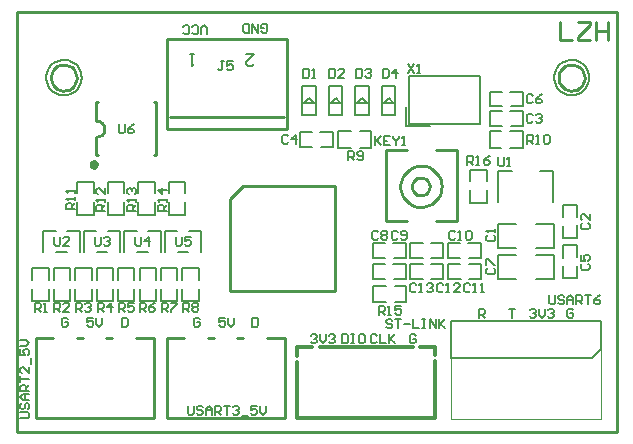
<source format=gto>
G04*
G04 #@! TF.GenerationSoftware,Altium Limited,Altium Designer,21.8.1 (53)*
G04*
G04 Layer_Color=65535*
%FSLAX25Y25*%
%MOIN*%
G70*
G04*
G04 #@! TF.SameCoordinates,187DA05A-B4E4-4C7B-AEA6-211E795FDF11*
G04*
G04*
G04 #@! TF.FilePolarity,Positive*
G04*
G01*
G75*
%ADD10C,0.00500*%
%ADD11C,0.01000*%
%ADD12C,0.01575*%
%ADD13C,0.00600*%
%ADD14C,0.00394*%
%ADD15C,0.00787*%
%ADD16C,0.01181*%
%ADD17C,0.00800*%
D10*
X21654Y118110D02*
X21569Y119108D01*
X21316Y120078D01*
X20904Y120990D01*
X20343Y121820D01*
X19650Y122543D01*
X18844Y123139D01*
X17950Y123590D01*
X16992Y123883D01*
X15999Y124010D01*
X14998Y123968D01*
X14019Y123757D01*
X13089Y123383D01*
X12236Y122858D01*
X11485Y122196D01*
X10855Y121417D01*
X10367Y120543D01*
X10033Y119598D01*
X9864Y118611D01*
Y117609D01*
X10033Y116622D01*
X10367Y115678D01*
X10855Y114803D01*
X11485Y114024D01*
X12236Y113362D01*
X13089Y112837D01*
X14019Y112464D01*
X14998Y112253D01*
X15999Y112210D01*
X16992Y112337D01*
X17950Y112631D01*
X18844Y113082D01*
X19650Y113677D01*
X20343Y114400D01*
X20904Y115230D01*
X21316Y116143D01*
X21569Y117112D01*
X21654Y118110D01*
X190945D02*
X190860Y119108D01*
X190608Y120078D01*
X190195Y120990D01*
X189634Y121820D01*
X188941Y122543D01*
X188136Y123139D01*
X187241Y123590D01*
X186284Y123883D01*
X185290Y124010D01*
X184289Y123968D01*
X183310Y123757D01*
X182381Y123383D01*
X181528Y122858D01*
X180776Y122196D01*
X180147Y121417D01*
X179658Y120543D01*
X179324Y119598D01*
X179155Y118611D01*
Y117609D01*
X179324Y116622D01*
X179658Y115678D01*
X180147Y114803D01*
X180776Y114024D01*
X181528Y113362D01*
X182381Y112837D01*
X183310Y112464D01*
X184289Y112253D01*
X185290Y112210D01*
X186284Y112337D01*
X187241Y112631D01*
X188136Y113082D01*
X188941Y113677D01*
X189634Y114400D01*
X190195Y115230D01*
X190608Y116143D01*
X190860Y117112D01*
X190945Y118110D01*
X182039Y51198D02*
X186961D01*
Y55253D01*
X182039Y62221D02*
X186961D01*
Y58150D02*
Y62221D01*
X182039Y51198D02*
Y55253D01*
Y57953D02*
Y62221D01*
Y75721D02*
X186961D01*
X182039Y71665D02*
Y75721D01*
Y64698D02*
X186961D01*
X182039D02*
Y68769D01*
X186961Y71666D02*
Y75721D01*
Y64698D02*
Y68966D01*
X160537Y50940D02*
Y58814D01*
X166344D01*
X160537Y50940D02*
X166344D01*
X173234D02*
X179041D01*
X173234Y58814D02*
X179041D01*
Y50940D02*
Y58814D01*
X160537Y61314D02*
Y69188D01*
X166344D01*
X160537Y61314D02*
X166344D01*
X173234D02*
X179041D01*
X173234Y69188D02*
X179041D01*
Y61314D02*
Y69188D01*
X157698Y102039D02*
Y106961D01*
Y102039D02*
X161753D01*
X168721D02*
Y106961D01*
X164650Y102039D02*
X168721D01*
X157698Y106961D02*
X161753D01*
X164453D02*
X168721D01*
X157750Y108539D02*
Y113461D01*
Y108539D02*
X161806D01*
X168774D02*
Y113461D01*
X164702Y108539D02*
X168774D01*
X157750Y113461D02*
X161805D01*
X164505D02*
X168774D01*
X154802Y51039D02*
Y55961D01*
X150747D02*
X154802D01*
X143779Y51039D02*
Y55961D01*
X147850D01*
X150747Y51039D02*
X154802D01*
X143779D02*
X148047D01*
X131279D02*
Y55961D01*
Y51039D02*
X135335D01*
X142302D02*
Y55961D01*
X138231Y51039D02*
X142302D01*
X131279Y55961D02*
X135334D01*
X138034D02*
X142302D01*
X118779Y51039D02*
Y55961D01*
Y51039D02*
X122835D01*
X129802D02*
Y55961D01*
X125731Y51039D02*
X129802D01*
X118779Y55961D02*
X122834D01*
X125534D02*
X129802D01*
X143779Y58039D02*
Y62961D01*
Y58039D02*
X147835D01*
X154802D02*
Y62961D01*
X150731Y58039D02*
X154802D01*
X143779Y62961D02*
X147834D01*
X150534D02*
X154802D01*
X131279Y58039D02*
Y62961D01*
Y58039D02*
X135335D01*
X142302D02*
Y62961D01*
X138231Y58039D02*
X142302D01*
X131279Y62961D02*
X135334D01*
X138034D02*
X142302D01*
X118779Y58039D02*
Y62961D01*
Y58039D02*
X122835D01*
X129802D02*
Y62961D01*
X125731Y58039D02*
X129802D01*
X118779Y62961D02*
X122834D01*
X125534D02*
X129802D01*
X94488Y95039D02*
Y99961D01*
Y95039D02*
X98544D01*
X105512D02*
Y99961D01*
X101440Y95039D02*
X105512D01*
X94488Y99961D02*
X98543D01*
X101243D02*
X105512D01*
X95925Y109610D02*
X97499Y111185D01*
X96023Y109610D02*
X99074D01*
X99764Y109335D02*
Y115318D01*
X97499Y111185D02*
X99074Y109610D01*
X95236Y109334D02*
Y115318D01*
Y105476D02*
Y109334D01*
Y115318D02*
X99764D01*
Y105476D02*
Y109335D01*
X95236Y105476D02*
X99764D01*
X104758Y109610D02*
X106333Y111185D01*
X104856Y109610D02*
X107907D01*
X108597Y109335D02*
Y115318D01*
X106333Y111185D02*
X107907Y109610D01*
X104070Y109334D02*
Y115318D01*
Y105476D02*
Y109334D01*
Y115318D02*
X108597D01*
Y105476D02*
Y109335D01*
X104070Y105476D02*
X108597D01*
X113591Y109610D02*
X115166Y111185D01*
X113690Y109610D02*
X116741D01*
X117430Y109335D02*
Y115318D01*
X115166Y111185D02*
X116741Y109610D01*
X112903Y109334D02*
Y115318D01*
Y105476D02*
Y109334D01*
Y115318D02*
X117430D01*
Y105476D02*
Y109335D01*
X112903Y105476D02*
X117430D01*
X122424Y109610D02*
X123999Y111185D01*
X122523Y109610D02*
X125574D01*
X126264Y109335D02*
Y115318D01*
X123999Y111185D02*
X125574Y109610D01*
X121736Y109334D02*
Y115318D01*
Y105476D02*
Y109334D01*
Y115318D02*
X126264D01*
Y105476D02*
Y109335D01*
X121736Y105476D02*
X126264D01*
X78500Y37999D02*
Y35000D01*
X80000D01*
X80499Y35500D01*
Y37499D01*
X80000Y37999D01*
X78500D01*
X69499D02*
X67500D01*
Y36500D01*
X68500Y36999D01*
X68999D01*
X69499Y36500D01*
Y35500D01*
X68999Y35000D01*
X68000D01*
X67500Y35500D01*
X70499Y37999D02*
Y36000D01*
X71499Y35000D01*
X72498Y36000D01*
Y37999D01*
X60999Y37499D02*
X60500Y37999D01*
X59500D01*
X59000Y37499D01*
Y35500D01*
X59500Y35000D01*
X60500D01*
X60999Y35500D01*
Y36500D01*
X60000D01*
X35000Y37999D02*
Y35000D01*
X36500D01*
X36999Y35500D01*
Y37499D01*
X36500Y37999D01*
X35000D01*
X25499D02*
X23500D01*
Y36500D01*
X24500Y36999D01*
X24999D01*
X25499Y36500D01*
Y35500D01*
X24999Y35000D01*
X24000D01*
X23500Y35500D01*
X26499Y37999D02*
Y36000D01*
X27499Y35000D01*
X28498Y36000D01*
Y37999D01*
X16999Y37499D02*
X16499Y37999D01*
X15500D01*
X15000Y37499D01*
Y35500D01*
X15500Y35000D01*
X16499D01*
X16999Y35500D01*
Y36500D01*
X16000D01*
X98000Y31999D02*
X98500Y32499D01*
X99499D01*
X99999Y31999D01*
Y31499D01*
X99499Y30999D01*
X99000D01*
X99499D01*
X99999Y30500D01*
Y30000D01*
X99499Y29500D01*
X98500D01*
X98000Y30000D01*
X100999Y32499D02*
Y30500D01*
X101999Y29500D01*
X102998Y30500D01*
Y32499D01*
X103998Y31999D02*
X104498Y32499D01*
X105498D01*
X105997Y31999D01*
Y31499D01*
X105498Y30999D01*
X104998D01*
X105498D01*
X105997Y30500D01*
Y30000D01*
X105498Y29500D01*
X104498D01*
X103998Y30000D01*
X108500Y32499D02*
Y29500D01*
X110000D01*
X110499Y30000D01*
Y31999D01*
X110000Y32499D01*
X108500D01*
X111499D02*
X112499D01*
X111999D01*
Y29500D01*
X111499D01*
X112499D01*
X115498Y32499D02*
X114498D01*
X113998Y31999D01*
Y30000D01*
X114498Y29500D01*
X115498D01*
X115998Y30000D01*
Y31999D01*
X115498Y32499D01*
X119999Y31999D02*
X119500Y32499D01*
X118500D01*
X118000Y31999D01*
Y30000D01*
X118500Y29500D01*
X119500D01*
X119999Y30000D01*
X120999Y32499D02*
Y29500D01*
X122998D01*
X123998Y32499D02*
Y29500D01*
Y30500D01*
X125997Y32499D01*
X124498Y30999D01*
X125997Y29500D01*
X132999Y31999D02*
X132500Y32499D01*
X131500D01*
X131000Y31999D01*
Y30000D01*
X131500Y29500D01*
X132500D01*
X132999Y30000D01*
Y30999D01*
X132000D01*
X154000Y38000D02*
Y40999D01*
X155499D01*
X155999Y40499D01*
Y39500D01*
X155499Y39000D01*
X154000D01*
X155000D02*
X155999Y38000D01*
X164000Y40999D02*
X165999D01*
X165000D01*
Y38000D01*
X171000Y40499D02*
X171500Y40999D01*
X172500D01*
X172999Y40499D01*
Y39999D01*
X172500Y39500D01*
X172000D01*
X172500D01*
X172999Y39000D01*
Y38500D01*
X172500Y38000D01*
X171500D01*
X171000Y38500D01*
X173999Y40999D02*
Y39000D01*
X174999Y38000D01*
X175998Y39000D01*
Y40999D01*
X176998Y40499D02*
X177498Y40999D01*
X178498D01*
X178997Y40499D01*
Y39999D01*
X178498Y39500D01*
X177998D01*
X178498D01*
X178997Y39000D01*
Y38500D01*
X178498Y38000D01*
X177498D01*
X176998Y38500D01*
X185499Y40499D02*
X185000Y40999D01*
X184000D01*
X183500Y40499D01*
Y38500D01*
X184000Y38000D01*
X185000D01*
X185499Y38500D01*
Y39500D01*
X184500D01*
X63500Y132501D02*
Y134500D01*
X62500Y135500D01*
X61501Y134500D01*
Y132501D01*
X58502Y133001D02*
X59001Y132501D01*
X60001D01*
X60501Y133001D01*
Y135000D01*
X60001Y135500D01*
X59001D01*
X58502Y135000D01*
X55503Y133001D02*
X56002Y132501D01*
X57002D01*
X57502Y133001D01*
Y135000D01*
X57002Y135500D01*
X56002D01*
X55503Y135000D01*
X81501Y133501D02*
X82000Y133001D01*
X83000D01*
X83500Y133501D01*
Y135500D01*
X83000Y136000D01*
X82000D01*
X81501Y135500D01*
Y134501D01*
X82500D01*
X80501Y136000D02*
Y133001D01*
X78502Y136000D01*
Y133001D01*
X77502D02*
Y136000D01*
X76002D01*
X75503Y135500D01*
Y133501D01*
X76002Y133001D01*
X77502D01*
X130501Y122500D02*
X132500Y119501D01*
Y122500D02*
X130501Y119501D01*
X133500D02*
X134499D01*
X134000D01*
Y122500D01*
X133500Y122000D01*
X53000Y64999D02*
Y62500D01*
X53500Y62000D01*
X54500D01*
X54999Y62500D01*
Y64999D01*
X57998D02*
X55999D01*
Y63499D01*
X56999Y63999D01*
X57499D01*
X57998Y63499D01*
Y62500D01*
X57499Y62000D01*
X56499D01*
X55999Y62500D01*
X39500Y64999D02*
Y62500D01*
X40000Y62000D01*
X40999D01*
X41499Y62500D01*
Y64999D01*
X43999Y62000D02*
Y64999D01*
X42499Y63499D01*
X44498D01*
X26000Y64999D02*
Y62500D01*
X26500Y62000D01*
X27499D01*
X27999Y62500D01*
Y64999D01*
X28999Y64499D02*
X29499Y64999D01*
X30499D01*
X30998Y64499D01*
Y63999D01*
X30499Y63499D01*
X29999D01*
X30499D01*
X30998Y63000D01*
Y62500D01*
X30499Y62000D01*
X29499D01*
X28999Y62500D01*
X12500Y64999D02*
Y62500D01*
X13000Y62000D01*
X13999D01*
X14499Y62500D01*
Y64999D01*
X17498Y62000D02*
X15499D01*
X17498Y63999D01*
Y64499D01*
X16999Y64999D01*
X15999D01*
X15499Y64499D01*
X160501Y91500D02*
Y89000D01*
X161001Y88500D01*
X162000D01*
X162500Y89000D01*
Y91500D01*
X163500Y88500D02*
X164499D01*
X163999D01*
Y91500D01*
X163500Y91000D01*
X150251Y89000D02*
Y92000D01*
X151751D01*
X152251Y91500D01*
Y90500D01*
X151751Y90000D01*
X150251D01*
X151251D02*
X152251Y89000D01*
X153250D02*
X154250D01*
X153750D01*
Y92000D01*
X153250Y91500D01*
X157749Y92000D02*
X156749Y91500D01*
X155749Y90500D01*
Y89500D01*
X156249Y89000D01*
X157249D01*
X157749Y89500D01*
Y90000D01*
X157249Y90500D01*
X155749D01*
X120751Y39000D02*
Y42000D01*
X122251D01*
X122751Y41500D01*
Y40500D01*
X122251Y40000D01*
X120751D01*
X121751D02*
X122751Y39000D01*
X123750D02*
X124750D01*
X124250D01*
Y42000D01*
X123750Y41500D01*
X128249Y42000D02*
X126249D01*
Y40500D01*
X127249Y41000D01*
X127749D01*
X128249Y40500D01*
Y39500D01*
X127749Y39000D01*
X126749D01*
X126249Y39500D01*
X49999Y73751D02*
X47001D01*
Y75251D01*
X47500Y75751D01*
X48500D01*
X49000Y75251D01*
Y73751D01*
Y74751D02*
X49999Y75751D01*
Y76750D02*
Y77750D01*
Y77250D01*
X47001D01*
X47500Y76750D01*
X49999Y80749D02*
X47001D01*
X48500Y79249D01*
Y81249D01*
X39833Y73751D02*
X36834D01*
Y75251D01*
X37334Y75751D01*
X38333D01*
X38833Y75251D01*
Y73751D01*
Y74751D02*
X39833Y75751D01*
Y76750D02*
Y77750D01*
Y77250D01*
X36834D01*
X37334Y76750D01*
Y79249D02*
X36834Y79749D01*
Y80749D01*
X37334Y81249D01*
X37833D01*
X38333Y80749D01*
Y80249D01*
Y80749D01*
X38833Y81249D01*
X39333D01*
X39833Y80749D01*
Y79749D01*
X39333Y79249D01*
X29500Y73751D02*
X26500D01*
Y75251D01*
X27000Y75751D01*
X28000D01*
X28500Y75251D01*
Y73751D01*
Y74751D02*
X29500Y75751D01*
Y76750D02*
Y77750D01*
Y77250D01*
X26500D01*
X27000Y76750D01*
X29500Y81249D02*
Y79249D01*
X27500Y81249D01*
X27000D01*
X26500Y80749D01*
Y79749D01*
X27000Y79249D01*
X19500Y74251D02*
X16500D01*
Y75751D01*
X17000Y76250D01*
X18000D01*
X18500Y75751D01*
Y74251D01*
Y75251D02*
X19500Y76250D01*
Y77250D02*
Y78250D01*
Y77750D01*
X16500D01*
X17000Y77250D01*
X19500Y79749D02*
Y80749D01*
Y80249D01*
X16500D01*
X17000Y79749D01*
X170251Y96000D02*
Y99000D01*
X171751D01*
X172251Y98500D01*
Y97500D01*
X171751Y97000D01*
X170251D01*
X171251D02*
X172251Y96000D01*
X173250D02*
X174250D01*
X173750D01*
Y99000D01*
X173250Y98500D01*
X175749D02*
X176249Y99000D01*
X177249D01*
X177749Y98500D01*
Y96500D01*
X177249Y96000D01*
X176249D01*
X175749Y96500D01*
Y98500D01*
X110501Y90500D02*
Y93499D01*
X112000D01*
X112500Y93000D01*
Y92000D01*
X112000Y91500D01*
X110501D01*
X111501D02*
X112500Y90500D01*
X113500Y91000D02*
X114000Y90500D01*
X114999D01*
X115499Y91000D01*
Y93000D01*
X114999Y93499D01*
X114000D01*
X113500Y93000D01*
Y92500D01*
X114000Y92000D01*
X115499D01*
X55501Y40001D02*
Y43000D01*
X57000D01*
X57500Y42500D01*
Y41500D01*
X57000Y41000D01*
X55501D01*
X56501D02*
X57500Y40001D01*
X58500Y42500D02*
X59000Y43000D01*
X59999D01*
X60499Y42500D01*
Y42000D01*
X59999Y41500D01*
X60499Y41000D01*
Y40500D01*
X59999Y40001D01*
X59000D01*
X58500Y40500D01*
Y41000D01*
X59000Y41500D01*
X58500Y42000D01*
Y42500D01*
X59000Y41500D02*
X59999D01*
X48357Y40000D02*
Y42999D01*
X49857D01*
X50357Y42499D01*
Y41500D01*
X49857Y41000D01*
X48357D01*
X49357D02*
X50357Y40000D01*
X51356Y42999D02*
X53355D01*
Y42499D01*
X51356Y40500D01*
Y40000D01*
X41001Y40001D02*
Y43000D01*
X42500D01*
X43000Y42500D01*
Y41500D01*
X42500Y41000D01*
X41001D01*
X42000D02*
X43000Y40001D01*
X45999Y43000D02*
X45000Y42500D01*
X44000Y41500D01*
Y40500D01*
X44500Y40001D01*
X45499D01*
X45999Y40500D01*
Y41000D01*
X45499Y41500D01*
X44000D01*
X34071Y40000D02*
Y42999D01*
X35571D01*
X36071Y42499D01*
Y41500D01*
X35571Y41000D01*
X34071D01*
X35071D02*
X36071Y40000D01*
X39070Y42999D02*
X37070D01*
Y41500D01*
X38070Y41999D01*
X38570D01*
X39070Y41500D01*
Y40500D01*
X38570Y40000D01*
X37570D01*
X37070Y40500D01*
X27001Y40001D02*
Y43000D01*
X28500D01*
X29000Y42500D01*
Y41500D01*
X28500Y41000D01*
X27001D01*
X28001D02*
X29000Y40001D01*
X31499D02*
Y43000D01*
X30000Y41500D01*
X31999D01*
X19786Y40000D02*
Y42999D01*
X21285D01*
X21785Y42499D01*
Y41500D01*
X21285Y41000D01*
X19786D01*
X20785D02*
X21785Y40000D01*
X22785Y42499D02*
X23285Y42999D01*
X24284D01*
X24784Y42499D01*
Y41999D01*
X24284Y41500D01*
X23784D01*
X24284D01*
X24784Y41000D01*
Y40500D01*
X24284Y40000D01*
X23285D01*
X22785Y40500D01*
X12501Y40001D02*
Y43000D01*
X14000D01*
X14500Y42500D01*
Y41500D01*
X14000Y41000D01*
X12501D01*
X13500D02*
X14500Y40001D01*
X17499D02*
X15500D01*
X17499Y42000D01*
Y42500D01*
X16999Y43000D01*
X16000D01*
X15500Y42500D01*
X6001Y40001D02*
Y43000D01*
X7500D01*
X8000Y42500D01*
Y41500D01*
X7500Y41000D01*
X6001D01*
X7000D02*
X8000Y40001D01*
X9000D02*
X9999D01*
X9499D01*
Y43000D01*
X9000Y42500D01*
X119502Y98500D02*
Y95500D01*
Y96500D01*
X121501Y98500D01*
X120001Y97000D01*
X121501Y95500D01*
X124500Y98500D02*
X122501D01*
Y95500D01*
X124500D01*
X122501Y97000D02*
X123500D01*
X125500Y98500D02*
Y98000D01*
X126499Y97000D01*
X127499Y98000D01*
Y98500D01*
X126499Y97000D02*
Y95500D01*
X128499D02*
X129498D01*
X128999D01*
Y98500D01*
X128499Y98000D01*
X69000Y123500D02*
X68001D01*
X68500D01*
Y121000D01*
X68001Y120501D01*
X67501D01*
X67001Y121000D01*
X71999Y123500D02*
X70000D01*
Y122000D01*
X70999Y122500D01*
X71499D01*
X71999Y122000D01*
Y121000D01*
X71499Y120501D01*
X70500D01*
X70000Y121000D01*
X177503Y45500D02*
Y43000D01*
X178003Y42500D01*
X179002D01*
X179502Y43000D01*
Y45500D01*
X182501Y45000D02*
X182001Y45500D01*
X181002D01*
X180502Y45000D01*
Y44500D01*
X181002Y44000D01*
X182001D01*
X182501Y43500D01*
Y43000D01*
X182001Y42500D01*
X181002D01*
X180502Y43000D01*
X183501Y42500D02*
Y44500D01*
X184501Y45500D01*
X185500Y44500D01*
Y42500D01*
Y44000D01*
X183501D01*
X186500Y42500D02*
Y45500D01*
X187999D01*
X188499Y45000D01*
Y44000D01*
X187999Y43500D01*
X186500D01*
X187499D02*
X188499Y42500D01*
X189499Y45500D02*
X191498D01*
X190499D01*
Y42500D01*
X194497Y45500D02*
X193498Y45000D01*
X192498Y44000D01*
Y43000D01*
X192998Y42500D01*
X193997D01*
X194497Y43000D01*
Y43500D01*
X193997Y44000D01*
X192498D01*
X125252Y37000D02*
X124753Y37499D01*
X123753D01*
X123253Y37000D01*
Y36500D01*
X123753Y36000D01*
X124753D01*
X125252Y35500D01*
Y35000D01*
X124753Y34501D01*
X123753D01*
X123253Y35000D01*
X126252Y37499D02*
X128252D01*
X127252D01*
Y34501D01*
X129251Y36000D02*
X131251D01*
X132250Y37499D02*
Y34501D01*
X134250D01*
X135249Y37499D02*
X136249D01*
X135749D01*
Y34501D01*
X135249D01*
X136249D01*
X137749D02*
Y37499D01*
X139748Y34501D01*
Y37499D01*
X140747D02*
Y34501D01*
Y35500D01*
X142747Y37499D01*
X141247Y36000D01*
X142747Y34501D01*
X57004Y8749D02*
Y6250D01*
X57504Y5750D01*
X58504D01*
X59004Y6250D01*
Y8749D01*
X62003Y8250D02*
X61503Y8749D01*
X60503D01*
X60003Y8250D01*
Y7750D01*
X60503Y7250D01*
X61503D01*
X62003Y6750D01*
Y6250D01*
X61503Y5750D01*
X60503D01*
X60003Y6250D01*
X63002Y5750D02*
Y7750D01*
X64002Y8749D01*
X65002Y7750D01*
Y5750D01*
Y7250D01*
X63002D01*
X66001Y5750D02*
Y8749D01*
X67501D01*
X68001Y8250D01*
Y7250D01*
X67501Y6750D01*
X66001D01*
X67001D02*
X68001Y5750D01*
X69000Y8749D02*
X71000D01*
X70000D01*
Y5750D01*
X71999Y8250D02*
X72499Y8749D01*
X73499D01*
X73999Y8250D01*
Y7750D01*
X73499Y7250D01*
X72999D01*
X73499D01*
X73999Y6750D01*
Y6250D01*
X73499Y5750D01*
X72499D01*
X71999Y6250D01*
X74998Y5251D02*
X76998D01*
X79997Y8749D02*
X77997D01*
Y7250D01*
X78997Y7750D01*
X79497D01*
X79997Y7250D01*
Y6250D01*
X79497Y5750D01*
X78497D01*
X77997Y6250D01*
X80997Y8749D02*
Y6750D01*
X81996Y5750D01*
X82996Y6750D01*
Y8749D01*
X1251Y4504D02*
X3750D01*
X4250Y5004D01*
Y6004D01*
X3750Y6504D01*
X1251D01*
X1750Y9503D02*
X1251Y9003D01*
Y8003D01*
X1750Y7503D01*
X2250D01*
X2750Y8003D01*
Y9003D01*
X3250Y9503D01*
X3750D01*
X4250Y9003D01*
Y8003D01*
X3750Y7503D01*
X4250Y10502D02*
X2250D01*
X1251Y11502D01*
X2250Y12502D01*
X4250D01*
X2750D01*
Y10502D01*
X4250Y13501D02*
X1251D01*
Y15001D01*
X1750Y15501D01*
X2750D01*
X3250Y15001D01*
Y13501D01*
Y14501D02*
X4250Y15501D01*
X1251Y16500D02*
Y18500D01*
Y17500D01*
X4250D01*
Y21499D02*
Y19499D01*
X2250Y21499D01*
X1750D01*
X1251Y20999D01*
Y19999D01*
X1750Y19499D01*
X4749Y22498D02*
Y24498D01*
X1251Y27497D02*
Y25497D01*
X2750D01*
X2250Y26497D01*
Y26997D01*
X2750Y27497D01*
X3750D01*
X4250Y26997D01*
Y25997D01*
X3750Y25497D01*
X1251Y28496D02*
X3250D01*
X4250Y29496D01*
X3250Y30496D01*
X1251D01*
X122000Y121099D02*
Y118100D01*
X123500D01*
X123999Y118600D01*
Y120599D01*
X123500Y121099D01*
X122000D01*
X126498Y118100D02*
Y121099D01*
X124999Y119599D01*
X126998D01*
X113200Y121099D02*
Y118100D01*
X114699D01*
X115199Y118600D01*
Y120599D01*
X114699Y121099D01*
X113200D01*
X116199Y120599D02*
X116699Y121099D01*
X117698D01*
X118198Y120599D01*
Y120099D01*
X117698Y119599D01*
X117198D01*
X117698D01*
X118198Y119100D01*
Y118600D01*
X117698Y118100D01*
X116699D01*
X116199Y118600D01*
X104300Y121099D02*
Y118100D01*
X105799D01*
X106299Y118600D01*
Y120599D01*
X105799Y121099D01*
X104300D01*
X109298Y118100D02*
X107299D01*
X109298Y120099D01*
Y120599D01*
X108798Y121099D01*
X107799D01*
X107299Y120599D01*
X95500Y121099D02*
Y118100D01*
X97000D01*
X97499Y118600D01*
Y120599D01*
X97000Y121099D01*
X95500D01*
X98499Y118100D02*
X99499D01*
X98999D01*
Y121099D01*
X98499Y120599D01*
X133251Y49000D02*
X132751Y49499D01*
X131751D01*
X131251Y49000D01*
Y47000D01*
X131751Y46501D01*
X132751D01*
X133251Y47000D01*
X134250Y46501D02*
X135250D01*
X134750D01*
Y49499D01*
X134250Y49000D01*
X136749D02*
X137249Y49499D01*
X138249D01*
X138749Y49000D01*
Y48500D01*
X138249Y48000D01*
X137749D01*
X138249D01*
X138749Y47500D01*
Y47000D01*
X138249Y46501D01*
X137249D01*
X136749Y47000D01*
X142251Y49000D02*
X141751Y49499D01*
X140751D01*
X140251Y49000D01*
Y47000D01*
X140751Y46501D01*
X141751D01*
X142251Y47000D01*
X143250Y46501D02*
X144250D01*
X143750D01*
Y49499D01*
X143250Y49000D01*
X147749Y46501D02*
X145749D01*
X147749Y48500D01*
Y49000D01*
X147249Y49499D01*
X146249D01*
X145749Y49000D01*
X151250D02*
X150751Y49499D01*
X149751D01*
X149251Y49000D01*
Y47000D01*
X149751Y46501D01*
X150751D01*
X151250Y47000D01*
X152250Y46501D02*
X153250D01*
X152750D01*
Y49499D01*
X152250Y49000D01*
X154749Y46501D02*
X155749D01*
X155249D01*
Y49499D01*
X154749Y49000D01*
X146251Y66500D02*
X145751Y67000D01*
X144751D01*
X144251Y66500D01*
Y64500D01*
X144751Y64000D01*
X145751D01*
X146251Y64500D01*
X147250Y64000D02*
X148250D01*
X147750D01*
Y67000D01*
X147250Y66500D01*
X149749D02*
X150249Y67000D01*
X151249D01*
X151749Y66500D01*
Y64500D01*
X151249Y64000D01*
X150249D01*
X149749Y64500D01*
Y66500D01*
X127000D02*
X126500Y67000D01*
X125501D01*
X125001Y66500D01*
Y64500D01*
X125501Y64000D01*
X126500D01*
X127000Y64500D01*
X128000D02*
X128500Y64000D01*
X129499D01*
X129999Y64500D01*
Y66500D01*
X129499Y67000D01*
X128500D01*
X128000Y66500D01*
Y66000D01*
X128500Y65500D01*
X129999D01*
X120500Y66500D02*
X120000Y67000D01*
X119001D01*
X118501Y66500D01*
Y64500D01*
X119001Y64000D01*
X120000D01*
X120500Y64500D01*
X121500Y66500D02*
X122000Y67000D01*
X122999D01*
X123499Y66500D01*
Y66000D01*
X122999Y65500D01*
X123499Y65000D01*
Y64500D01*
X122999Y64000D01*
X122000D01*
X121500Y64500D01*
Y65000D01*
X122000Y65500D01*
X121500Y66000D01*
Y66500D01*
X122000Y65500D02*
X122999D01*
X157000Y54500D02*
X156500Y54000D01*
Y53001D01*
X157000Y52501D01*
X159000D01*
X159500Y53001D01*
Y54000D01*
X159000Y54500D01*
X156500Y55500D02*
Y57499D01*
X157000D01*
X159000Y55500D01*
X159500D01*
X172000Y112000D02*
X171500Y112499D01*
X170501D01*
X170001Y112000D01*
Y110000D01*
X170501Y109501D01*
X171500D01*
X172000Y110000D01*
X174999Y112499D02*
X174000Y112000D01*
X173000Y111000D01*
Y110000D01*
X173500Y109501D01*
X174499D01*
X174999Y110000D01*
Y110500D01*
X174499Y111000D01*
X173000D01*
X188500Y56000D02*
X188001Y55500D01*
Y54501D01*
X188500Y54001D01*
X190500D01*
X190999Y54501D01*
Y55500D01*
X190500Y56000D01*
X188001Y58999D02*
Y57000D01*
X189500D01*
X189000Y57999D01*
Y58499D01*
X189500Y58999D01*
X190500D01*
X190999Y58499D01*
Y57500D01*
X190500Y57000D01*
X90500Y98500D02*
X90000Y99000D01*
X89001D01*
X88501Y98500D01*
Y96500D01*
X89001Y96000D01*
X90000D01*
X90500Y96500D01*
X92999Y96000D02*
Y99000D01*
X91500Y97500D01*
X93499D01*
X172000Y105500D02*
X171500Y106000D01*
X170501D01*
X170001Y105500D01*
Y103500D01*
X170501Y103000D01*
X171500D01*
X172000Y103500D01*
X173000Y105500D02*
X173500Y106000D01*
X174499D01*
X174999Y105500D01*
Y105000D01*
X174499Y104500D01*
X174000D01*
X174499D01*
X174999Y104000D01*
Y103500D01*
X174499Y103000D01*
X173500D01*
X173000Y103500D01*
X188500Y69500D02*
X188001Y69000D01*
Y68001D01*
X188500Y67501D01*
X190500D01*
X190999Y68001D01*
Y69000D01*
X190500Y69500D01*
X190999Y72499D02*
Y70500D01*
X189000Y72499D01*
X188500D01*
X188001Y71999D01*
Y71000D01*
X188500Y70500D01*
X157000Y65500D02*
X156500Y65000D01*
Y64000D01*
X157000Y63501D01*
X159000D01*
X159500Y64000D01*
Y65000D01*
X159000Y65500D01*
X159500Y66500D02*
Y67499D01*
Y67000D01*
X156500D01*
X157000Y66500D01*
D11*
X141700Y81827D02*
X141627Y82830D01*
X141408Y83811D01*
X141049Y84751D01*
X140556Y85628D01*
X139942Y86424D01*
X139217Y87122D01*
X138399Y87708D01*
X137505Y88168D01*
X136553Y88493D01*
X135564Y88675D01*
X134558Y88712D01*
X133558Y88602D01*
X132585Y88348D01*
X131660Y87954D01*
X130801Y87430D01*
X130028Y86787D01*
X129357Y86037D01*
X128802Y85199D01*
X128375Y84288D01*
X128085Y83325D01*
X127938Y82329D01*
Y81324D01*
X128085Y80328D01*
X128375Y79365D01*
X128802Y78454D01*
X129357Y77615D01*
X130028Y76866D01*
X130801Y76223D01*
X131660Y75699D01*
X132585Y75305D01*
X133558Y75051D01*
X134558Y74941D01*
X135564Y74978D01*
X136553Y75160D01*
X137505Y75485D01*
X138399Y75945D01*
X139217Y76530D01*
X139942Y77229D01*
X140556Y78025D01*
X141049Y78902D01*
X141408Y79842D01*
X141627Y80823D01*
X141700Y81827D01*
X137760D02*
X137600Y82784D01*
X137138Y83638D01*
X136424Y84296D01*
X135534Y84686D01*
X134566Y84766D01*
X133625Y84528D01*
X132812Y83997D01*
X132216Y83231D01*
X131900Y82312D01*
Y81341D01*
X132216Y80423D01*
X132812Y79656D01*
X133625Y79125D01*
X134566Y78887D01*
X135534Y78967D01*
X136424Y79357D01*
X137138Y80015D01*
X137600Y80869D01*
X137760Y81827D01*
X26600Y98300D02*
X27633Y98506D01*
X28509Y99091D01*
X29094Y99967D01*
X29300Y101000D01*
X29094Y102033D01*
X28509Y102909D01*
X27633Y103495D01*
X26600Y103700D01*
X49973Y4614D02*
X89342D01*
X49973D02*
Y31189D01*
X83410D02*
X89342D01*
Y4614D02*
Y31189D01*
X73567D02*
X75590D01*
X63725D02*
X65747D01*
X49973D02*
X55905D01*
X123189Y70189D02*
X130153D01*
X139847D02*
X146811D01*
Y93811D01*
X139847D02*
X146811D01*
X123189D02*
X130153D01*
X123189Y70189D02*
Y93811D01*
X71000Y77500D02*
X75500Y82000D01*
X106000D01*
Y47000D02*
Y82000D01*
X71000Y47000D02*
X106000D01*
X71000D02*
Y77500D01*
X6315Y31189D02*
X12247D01*
X20067D02*
X22090D01*
X29910D02*
X31933D01*
X45685Y4614D02*
Y31189D01*
X39753D02*
X45685D01*
X6315Y4614D02*
Y31189D01*
Y4614D02*
X45685D01*
X26600Y92142D02*
Y94700D01*
Y107300D02*
Y109858D01*
X26658Y92142D02*
X27113D01*
X45887D02*
X46343D01*
Y109858D01*
X45887D02*
X46343D01*
X26658D02*
X27113D01*
X26600Y103700D02*
Y107300D01*
Y94700D02*
Y98300D01*
X50000Y101000D02*
Y131000D01*
X90000D01*
Y101000D02*
Y131000D01*
X50000Y101000D02*
X90000D01*
X51000Y105000D02*
X89000D01*
X181000Y136498D02*
Y130500D01*
X184999D01*
X186998Y136498D02*
X190997D01*
Y135498D01*
X186998Y131500D01*
Y130500D01*
X190997D01*
X192996Y136498D02*
Y130500D01*
Y133499D01*
X196995D01*
Y136498D01*
Y130500D01*
X20079Y118110D02*
X19962Y119109D01*
X19618Y120054D01*
X19065Y120894D01*
X18334Y121584D01*
X17463Y122087D01*
X16500Y122375D01*
X15496Y122434D01*
X14506Y122259D01*
X13583Y121861D01*
X12776Y121260D01*
X12130Y120490D01*
X11678Y119591D01*
X11447Y118613D01*
Y117607D01*
X11678Y116629D01*
X12130Y115731D01*
X12776Y114960D01*
X13583Y114360D01*
X14506Y113962D01*
X15496Y113787D01*
X16500Y113845D01*
X17463Y114134D01*
X18334Y114637D01*
X19065Y115326D01*
X19618Y116167D01*
X19962Y117112D01*
X20079Y118110D01*
X189370D02*
X189253Y119109D01*
X188909Y120054D01*
X188357Y120894D01*
X187626Y121584D01*
X186755Y122087D01*
X185791Y122375D01*
X184788Y122434D01*
X183797Y122259D01*
X182874Y121861D01*
X182068Y121260D01*
X181421Y120490D01*
X180970Y119591D01*
X180738Y118613D01*
Y117607D01*
X180970Y116629D01*
X181421Y115731D01*
X182068Y114960D01*
X182874Y114360D01*
X183797Y113962D01*
X184788Y113787D01*
X185791Y113845D01*
X186755Y114134D01*
X187626Y114637D01*
X188357Y115326D01*
X188909Y116167D01*
X189253Y117112D01*
X189370Y118110D01*
X0Y0D02*
X200000D01*
X0Y140000D02*
X200000D01*
Y0D02*
Y140000D01*
X0Y0D02*
Y140000D01*
D12*
X26460Y89189D02*
X25916Y89938D01*
X25036Y89652D01*
Y88726D01*
X25916Y88441D01*
X26460Y89189D01*
D13*
X129802Y101838D02*
X137902D01*
X129802D02*
Y108362D01*
X130702Y102738D02*
X154550D01*
Y118711D01*
X130702D02*
X154550D01*
X130702Y102738D02*
Y118711D01*
X160588Y87091D02*
X165111D01*
X160588Y76649D02*
Y87091D01*
X174382D02*
X178905D01*
Y76649D02*
Y87091D01*
X151300Y76300D02*
X156700D01*
X151300Y87200D02*
X156700D01*
Y76300D02*
Y80500D01*
X151300Y76300D02*
Y80500D01*
Y83500D02*
Y87200D01*
X156700Y83500D02*
Y87200D01*
X168700Y94800D02*
Y100200D01*
X157800Y94800D02*
Y100200D01*
X164500D02*
X168700D01*
X164500Y94800D02*
X168700D01*
X157800D02*
X161500D01*
X157800Y100200D02*
X161500D01*
X118800Y43300D02*
Y48700D01*
X129700Y43300D02*
Y48700D01*
X118800Y43300D02*
X123000D01*
X118800Y48700D02*
X123000D01*
X126000D02*
X129700D01*
X126000Y43300D02*
X129700D01*
X107300Y94800D02*
Y100200D01*
X118200Y94800D02*
Y100200D01*
X107300Y94800D02*
X111500D01*
X107300Y100200D02*
X111500D01*
X114500D02*
X118200D01*
X114500Y94800D02*
X118200D01*
X55300Y54700D02*
X60700D01*
X55300Y43800D02*
X60700D01*
X55300Y50500D02*
Y54700D01*
X60700Y50500D02*
Y54700D01*
Y43800D02*
Y47500D01*
X55300Y43800D02*
Y47500D01*
X41014Y54700D02*
X46414D01*
X41014Y43800D02*
X46414D01*
X41014Y50500D02*
Y54700D01*
X46414Y50500D02*
Y54700D01*
Y43800D02*
Y47500D01*
X41014Y43800D02*
Y47500D01*
X26729Y54700D02*
X32129D01*
X26729Y43800D02*
X32129D01*
X26729Y50500D02*
Y54700D01*
X32129Y50500D02*
Y54700D01*
Y43800D02*
Y47500D01*
X26729Y43800D02*
Y47500D01*
X12443Y54700D02*
X17843D01*
X12443Y43800D02*
X17843D01*
X12443Y50500D02*
Y54700D01*
X17843Y50500D02*
Y54700D01*
Y43800D02*
Y47500D01*
X12443Y43800D02*
Y47500D01*
X48157Y54700D02*
X53557D01*
X48157Y43800D02*
X53557D01*
X48157Y50500D02*
Y54700D01*
X53557Y50500D02*
Y54700D01*
Y43800D02*
Y47500D01*
X48157Y43800D02*
Y47500D01*
X5300Y43800D02*
Y47500D01*
X10700Y43800D02*
Y47500D01*
Y50500D02*
Y54700D01*
X5300Y50500D02*
Y54700D01*
Y43800D02*
X10700D01*
X5300Y54700D02*
X10700D01*
X19586Y43800D02*
Y47500D01*
X24986Y43800D02*
Y47500D01*
Y50500D02*
Y54700D01*
X19586Y50500D02*
Y54700D01*
Y43800D02*
X24986D01*
X19586Y54700D02*
X24986D01*
X35867Y79500D02*
Y83200D01*
X30467Y79500D02*
Y83200D01*
Y72300D02*
Y76500D01*
X35867Y72300D02*
Y76500D01*
X30467Y83200D02*
X35867D01*
X30467Y72300D02*
X35867D01*
X33871Y43800D02*
Y47500D01*
X39271Y43800D02*
Y47500D01*
Y50500D02*
Y54700D01*
X33871Y50500D02*
Y54700D01*
Y43800D02*
X39271D01*
X33871Y54700D02*
X39271D01*
X46033Y79500D02*
Y83200D01*
X40633Y79500D02*
Y83200D01*
Y72300D02*
Y76500D01*
X46033Y72300D02*
Y76500D01*
X40633Y83200D02*
X46033D01*
X40633Y72300D02*
X46033D01*
X56200Y79500D02*
Y83200D01*
X50800Y79500D02*
Y83200D01*
Y72300D02*
Y76500D01*
X56200Y72300D02*
Y76500D01*
X50800Y83200D02*
X56200D01*
X50800Y72300D02*
X56200D01*
X13207Y60051D02*
X16793D01*
X8952Y66950D02*
X13053D01*
X8952Y60051D02*
Y66950D01*
X16947D02*
X21048D01*
Y60051D02*
Y66950D01*
X40207Y60051D02*
X43793D01*
X35952Y66950D02*
X40053D01*
X35952Y60051D02*
Y66950D01*
X43947D02*
X48048D01*
Y60051D02*
Y66950D01*
X25700Y79500D02*
Y83200D01*
X20300Y79500D02*
Y83200D01*
Y72300D02*
Y76500D01*
X25700Y72300D02*
Y76500D01*
X20300Y83200D02*
X25700D01*
X20300Y72300D02*
X25700D01*
X26707Y60051D02*
X30293D01*
X22452Y66950D02*
X26553D01*
X22452Y60051D02*
Y66950D01*
X30447D02*
X34548D01*
Y60051D02*
Y66950D01*
X53707Y60051D02*
X57293D01*
X49452Y66950D02*
X53553D01*
X49452Y60051D02*
Y66950D01*
X57447D02*
X61548D01*
Y60051D02*
Y66950D01*
X34001Y102499D02*
Y100000D01*
X34501Y99501D01*
X35500D01*
X36000Y100000D01*
Y102499D01*
X38999D02*
X37999Y102000D01*
X37000Y101000D01*
Y100000D01*
X37500Y99501D01*
X38499D01*
X38999Y100000D01*
Y100500D01*
X38499Y101000D01*
X37000D01*
D14*
X144685Y4311D02*
Y24500D01*
Y4311D02*
X194685D01*
Y27500D01*
D15*
X144685Y24500D02*
Y37126D01*
X194685D01*
X144685Y24500D02*
X191685D01*
X194685Y27500D02*
Y37126D01*
X191685Y24500D02*
X194685Y27500D01*
D16*
X139441Y4646D02*
Y23744D01*
X93525Y4646D02*
X139441D01*
X101028Y28142D02*
X132000Y28457D01*
X139441Y25728D02*
Y28324D01*
X134441D02*
X139441D01*
X134441D02*
Y28328D01*
X93525Y4646D02*
X93586Y23181D01*
X93537Y28142D02*
X98547D01*
X93537Y25442D02*
Y28142D01*
D17*
X59000Y125969D02*
X57688D01*
X58344D01*
Y122033D01*
X59000Y122689D01*
X76376Y125969D02*
X79000D01*
X76376Y123345D01*
Y122689D01*
X77032Y122033D01*
X78344D01*
X79000Y122689D01*
M02*

</source>
